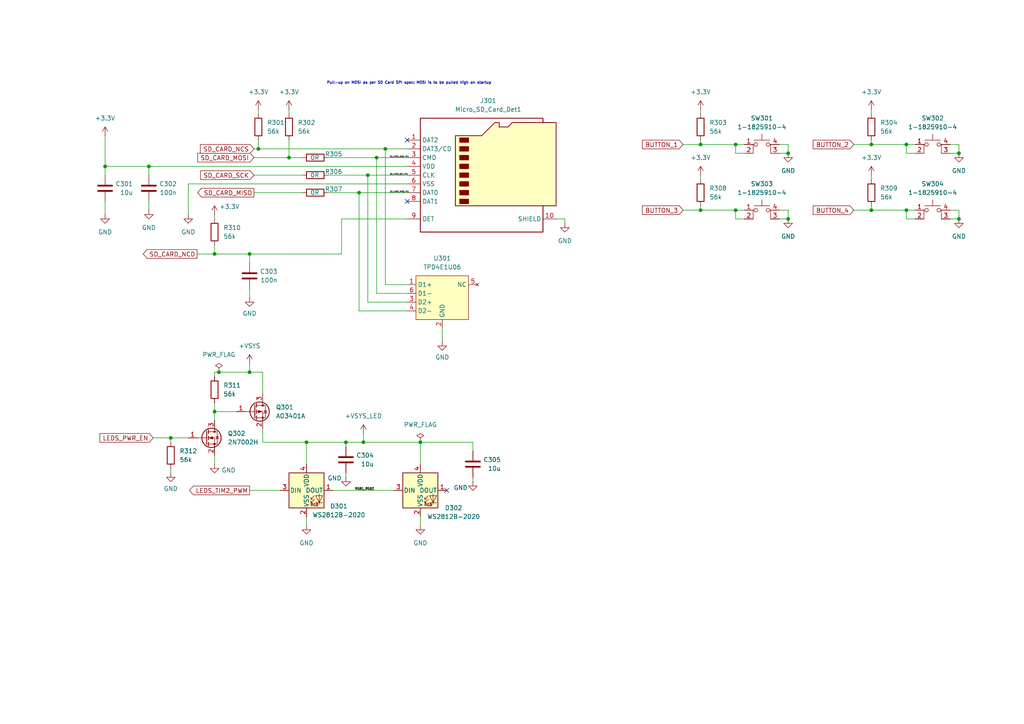
<source format=kicad_sch>
(kicad_sch (version 20250114) (generator "eeschema") (generator_version "9.0")
  (paper "A4")
  (lib_symbols
    (symbol "Connector:Micro_SD_Card_Det1"
      (property "Reference" "J" (at -16.51 17.78 0))
      (property "Value" "Micro_SD_Card_Det1" (at 16.51 17.78 0))
      (symbol "Micro_SD_Card_Det1_0_1"
        (polyline (pts (xy -8.89 -8.89) (xy -8.89 11.43) (xy -1.27 11.43) (xy 2.54 15.24) (xy 3.81 15.24) (xy 3.81 13.97) (xy 6.35 13.97) (xy 7.62 15.24) (xy 20.32 15.24) (xy 20.32 -8.89) (xy -8.89 -8.89)) (stroke (width 0.254)) (fill (type background)))
        (rectangle (start -7.62 10.795) (end -5.08 9.525) (stroke (width 0.254)) (fill (type outline)))
        (rectangle (start -7.62 8.255) (end -5.08 6.985) (stroke (width 0.254)) (fill (type outline)))
        (rectangle (start -7.62 5.715) (end -5.08 4.445) (stroke (width 0.254)) (fill (type outline)))
        (rectangle (start -7.62 3.175) (end -5.08 1.905) (stroke (width 0.254)) (fill (type outline)))
        (rectangle (start -7.62 0.635) (end -5.08 -0.635) (stroke (width 0.254)) (fill (type outline)))
        (rectangle (start -7.62 -1.905) (end -5.08 -3.175) (stroke (width 0.254)) (fill (type outline)))
        (rectangle (start -7.62 -4.445) (end -5.08 -5.715) (stroke (width 0.254)) (fill (type outline)))
        (rectangle (start -7.62 -6.985) (end -5.08 -8.255) (stroke (width 0.254)) (fill (type outline)))
        (polyline (pts (xy 16.51 15.24) (xy 16.51 16.51) (xy -19.05 16.51) (xy -19.05 -16.51) (xy 16.51 -16.51) (xy 16.51 -8.89)) (stroke (width 0.254)))
      )
      (symbol "Micro_SD_Card_Det1_1_1"
        (pin bidirectional line (at -22.86 10.16 0) (length 3.81) (name "DAT2") (number "1"))
        (pin bidirectional line (at -22.86 7.62 0) (length 3.81) (name "DAT3/CD") (number "2"))
        (pin input line (at -22.86 5.08 0) (length 3.81) (name "CMD") (number "3"))
        (pin power_in line (at -22.86 2.54 0) (length 3.81) (name "VDD") (number "4"))
        (pin input line (at -22.86 0 0) (length 3.81) (name "CLK") (number "5"))
        (pin power_in line (at -22.86 -2.54 0) (length 3.81) (name "VSS") (number "6"))
        (pin bidirectional line (at -22.86 -5.08 0) (length 3.81) (name "DAT0") (number "7"))
        (pin bidirectional line (at -22.86 -7.62 0) (length 3.81) (name "DAT1") (number "8"))
        (pin passive line (at -22.86 -12.7 0) (length 3.81) (name "DET") (number "9"))
        (pin passive line (at 20.32 -12.7 180) (length 3.81) (name "SHIELD") (number "10"))
      )
    )
    (symbol "Device:C" (pin_numbers (hide yes)) (pin_names (offset 0.254))
      (property "Reference" "C" (at 0.635 2.54 0))
      (property "Value" "C" (at 0.635 -2.54 0))
      (symbol "C_0_1"
        (polyline (pts (xy -2.032 0.762) (xy 2.032 0.762)) (stroke (width 0.508)))
        (polyline (pts (xy -2.032 -0.762) (xy 2.032 -0.762)) (stroke (width 0.508)))
      )
      (symbol "C_1_1"
        (pin passive line (at 0 3.81 270) (length 2.794) (name "~") (number "1"))
        (pin passive line (at 0 -3.81 90) (length 2.794) (name "~") (number "2"))
      )
    )
    (symbol "Device:R" (pin_numbers (hide yes)) (pin_names (offset 0))
      (property "Reference" "R" (at 2.032 0 90))
      (property "Value" "R" (at 0 0 90))
      (symbol "R_0_1"
        (rectangle (start -1.016 -2.54) (end 1.016 2.54) (stroke (width 0.254)))
      )
      (symbol "R_1_1"
        (pin passive line (at 0 3.81 270) (length 1.27) (name "~") (number "1"))
        (pin passive line (at 0 -3.81 90) (length 1.27) (name "~") (number "2"))
      )
    )
    (symbol "LED:WS2812B-2020" (pin_names (offset 0.254))
      (property "Reference" "D" (at 5.08 5.715 0))
      (property "Value" "WS2812B-2020" (at 1.27 -5.715 0))
      (symbol "WS2812B-2020_0_0"
        (text "RGB" (at 2.286 -4.191 0) (effects (font (size 0.762 0.762))))
      )
      (symbol "WS2812B-2020_0_1"
        (polyline (pts (xy 1.27 -2.54) (xy 1.778 -2.54)))
        (polyline (pts (xy 1.27 -3.556) (xy 1.778 -3.556)))
        (polyline (pts (xy 2.286 -1.524) (xy 1.27 -2.54) (xy 1.27 -2.032)))
        (polyline (pts (xy 2.286 -2.54) (xy 1.27 -3.556) (xy 1.27 -3.048)))
        (polyline (pts (xy 3.683 -1.016) (xy 3.683 -3.556) (xy 3.683 -4.064)))
        (polyline (pts (xy 4.699 -1.524) (xy 2.667 -1.524) (xy 3.683 -3.556) (xy 4.699 -1.524)))
        (polyline (pts (xy 4.699 -3.556) (xy 2.667 -3.556)))
        (rectangle (start 5.08 5.08) (end -5.08 -5.08) (stroke (width 0.254)) (fill (type background)))
      )
      (symbol "WS2812B-2020_1_1"
        (pin input line (at -7.62 0 0) (length 2.54) (name "DIN") (number "3"))
        (pin power_in line (at 0 7.62 270) (length 2.54) (name "VDD") (number "4"))
        (pin power_in line (at 0 -7.62 90) (length 2.54) (name "VSS") (number "2"))
        (pin output line (at 7.62 0 180) (length 2.54) (name "DOUT") (number "1"))
      )
    )
    (symbol "MP3-Player_Symbol_Libraries:TPD4E1U06"
      (property "Reference" "U" (at 0 5.08 0))
      (property "Value" "TPD4E1U06" (at 0 2.54 0))
      (symbol "TPD4E1U06_1_1"
        (rectangle (start -7.62 1.27) (end 7.62 -11.43) (fill (type background)))
        (pin input line (at -10.16 -1.27 0) (length 2.54) (name "D1+") (number "1"))
        (pin input line (at -10.16 -3.81 0) (length 2.54) (name "D1-") (number "6"))
        (pin input line (at -10.16 -6.35 0) (length 2.54) (name "D2+") (number "3"))
        (pin input line (at -10.16 -8.89 0) (length 2.54) (name "D2-") (number "4"))
        (pin power_in line (at 0 -13.97 90) (length 2.54) (name "GND") (number "2"))
        (pin no_connect line (at 10.16 -1.27 180) (length 2.54) (name "NC") (number "5"))
      )
    )
    (symbol "Switch:SW_MEC_5E" (pin_names (offset 1.016) (hide yes))
      (property "Reference" "SW" (at 0.635 5.715 0))
      (property "Value" "SW_MEC_5E" (at 0 -3.175 0))
      (symbol "SW_MEC_5E_0_1"
        (polyline (pts (xy -2.54 0) (xy -2.54 2.54) (xy -2.286 2.54)))
        (polyline (pts (xy -2.286 3.81) (xy 2.286 3.81)))
        (circle (center -1.778 2.54) (radius 0.508))
        (polyline (pts (xy 0 3.81) (xy 0 5.588)))
        (circle (center 1.778 2.54) (radius 0.508))
        (polyline (pts (xy 2.54 0) (xy 2.54 2.54) (xy 2.286 2.54)))
        (pin passive line (at -5.08 2.54 0) (length 2.54) (name "1") (number "1"))
        (pin passive line (at -5.08 0 0) (length 2.54) (name "2") (number "2"))
        (pin passive line (at 5.08 2.54 180) (length 2.54) (name "A") (number "4"))
        (pin passive line (at 5.08 0 180) (length 2.54) (name "K") (number "3"))
      )
    )
    (symbol "Transistor_FET:2N7002H" (pin_names (offset 0) (hide yes))
      (property "Reference" "Q" (at 5.08 1.905 0))
      (property "Value" "2N7002H" (at 5.08 0 0))
      (symbol "2N7002H_0_1"
        (polyline (pts (xy 0.254 1.905) (xy 0.254 -1.905)) (stroke (width 0.254)))
        (polyline (pts (xy 0.254 0) (xy -2.54 0)))
        (polyline (pts (xy 0.762 2.286) (xy 0.762 1.27)) (stroke (width 0.254)))
        (polyline (pts (xy 0.762 0.508) (xy 0.762 -0.508)) (stroke (width 0.254)))
        (polyline (pts (xy 0.762 -1.27) (xy 0.762 -2.286)) (stroke (width 0.254)))
        (polyline (pts (xy 0.762 -1.778) (xy 3.302 -1.778) (xy 3.302 1.778) (xy 0.762 1.778)))
        (polyline (pts (xy 1.016 0) (xy 2.032 0.381) (xy 2.032 -0.381) (xy 1.016 0)) (fill (type outline)))
        (circle (center 1.651 0) (radius 2.794) (stroke (width 0.254)))
        (polyline (pts (xy 2.54 2.54) (xy 2.54 1.778)))
        (circle (center 2.54 1.778) (radius 0.254) (fill (type outline)))
        (circle (center 2.54 -1.778) (radius 0.254) (fill (type outline)))
        (polyline (pts (xy 2.54 -2.54) (xy 2.54 0) (xy 0.762 0)))
        (polyline (pts (xy 2.921 0.381) (xy 3.683 0.381)))
        (polyline (pts (xy 3.302 0.381) (xy 2.921 -0.254) (xy 3.683 -0.254) (xy 3.302 0.381)))
      )
      (symbol "2N7002H_1_1"
        (pin input line (at -5.08 0 0) (length 2.54) (name "G") (number "1"))
        (pin passive line (at 2.54 5.08 270) (length 2.54) (name "D") (number "3"))
        (pin passive line (at 2.54 -5.08 90) (length 2.54) (name "S") (number "2"))
      )
    )
    (symbol "Transistor_FET:AO3401A" (pin_names (hide yes))
      (property "Reference" "Q" (at 5.08 1.905 0))
      (property "Value" "AO3401A" (at 5.08 0 0))
      (symbol "AO3401A_0_1"
        (polyline (pts (xy 0.254 1.905) (xy 0.254 -1.905)) (stroke (width 0.254)))
        (polyline (pts (xy 0.254 0) (xy -2.54 0)))
        (polyline (pts (xy 0.762 2.286) (xy 0.762 1.27)) (stroke (width 0.254)))
        (polyline (pts (xy 0.762 1.778) (xy 3.302 1.778) (xy 3.302 -1.778) (xy 0.762 -1.778)))
        (polyline (pts (xy 0.762 0.508) (xy 0.762 -0.508)) (stroke (width 0.254)))
        (polyline (pts (xy 0.762 -1.27) (xy 0.762 -2.286)) (stroke (width 0.254)))
        (circle (center 1.651 0) (radius 2.794) (stroke (width 0.254)))
        (polyline (pts (xy 2.286 0) (xy 1.27 0.381) (xy 1.27 -0.381) (xy 2.286 0)) (fill (type outline)))
        (polyline (pts (xy 2.54 2.54) (xy 2.54 1.778)))
        (circle (center 2.54 1.778) (radius 0.254) (fill (type outline)))
        (circle (center 2.54 -1.778) (radius 0.254) (fill (type outline)))
        (polyline (pts (xy 2.54 -2.54) (xy 2.54 0) (xy 0.762 0)))
        (polyline (pts (xy 2.794 -0.508) (xy 2.921 -0.381) (xy 3.683 -0.381) (xy 3.81 -0.254)))
        (polyline (pts (xy 3.302 -0.381) (xy 2.921 0.254) (xy 3.683 0.254) (xy 3.302 -0.381)))
      )
      (symbol "AO3401A_1_1"
        (pin input line (at -5.08 0 0) (length 2.54) (name "G") (number "1"))
        (pin passive line (at 2.54 5.08 270) (length 2.54) (name "D") (number "3"))
        (pin passive line (at 2.54 -5.08 90) (length 2.54) (name "S") (number "2"))
      )
    )
    (symbol "power:+3.3V" (power) (pin_numbers (hide yes)) (pin_names (offset 0) (hide yes))
      (property "Value" "+3.3V" (at 0 3.556 0))
      (symbol "+3.3V_0_1"
        (polyline (pts (xy -0.762 1.27) (xy 0 2.54)))
        (polyline (pts (xy 0 2.54) (xy 0.762 1.27)))
        (polyline (pts (xy 0 0) (xy 0 2.54)))
      )
      (symbol "+3.3V_1_1"
        (pin power_in line (at 0 0 90) (length 0) (name "~") (number "1"))
      )
    )
    (symbol "power:GND" (power) (pin_numbers (hide yes)) (pin_names (offset 0) (hide yes))
      (property "Value" "GND" (at 0 -3.81 0))
      (symbol "GND_0_1"
        (polyline (pts (xy 0 0) (xy 0 -1.27) (xy 1.27 -1.27) (xy 0 -2.54) (xy -1.27 -1.27) (xy 0 -1.27)))
      )
      (symbol "GND_1_1"
        (pin power_in line (at 0 0 270) (length 0) (name "~") (number "1"))
      )
    )
    (symbol "power:PWR_FLAG" (power) (pin_numbers (hide yes)) (pin_names (offset 0) (hide yes))
      (property "Value" "PWR_FLAG" (at 0 3.81 0))
      (symbol "PWR_FLAG_0_0"
        (pin power_out line (at 0 0 90) (length 0) (name "~") (number "1"))
      )
      (symbol "PWR_FLAG_0_1"
        (polyline (pts (xy 0 0) (xy 0 1.27) (xy -1.016 1.905) (xy 0 2.54) (xy 1.016 1.905) (xy 0 1.27)))
      )
    )
    (symbol "power:VBUS" (power) (pin_numbers (hide yes)) (pin_names (offset 0) (hide yes))
      (property "Value" "VBUS" (at 0 3.556 0))
      (symbol "VBUS_0_1"
        (polyline (pts (xy -0.762 1.27) (xy 0 2.54)))
        (polyline (pts (xy 0 2.54) (xy 0.762 1.27)))
        (polyline (pts (xy 0 0) (xy 0 2.54)))
      )
      (symbol "VBUS_1_1"
        (pin power_in line (at 0 0 90) (length 0) (name "~") (number "1"))
      )
    )
  )
  (text "Pull-up on MOSI as per SD Card SPI spec: MOSI is to be pulled high on startup" (at 94.742 24.13 0) (effects (font (size 0.762 0.762)) (justify left)))
  (junction (at 252.73 60.96))
  (junction (at 106.68 50.8))
  (junction (at 228.6 44.45))
  (junction (at 30.48 48.26))
  (junction (at 74.93 43.18))
  (junction (at 278.13 63.5))
  (junction (at 105.41 128.27))
  (junction (at 88.9 128.27))
  (junction (at 49.53 127))
  (junction (at 72.39 107.95))
  (junction (at 104.14 55.88))
  (junction (at 111.76 43.18))
  (junction (at 109.22 45.72))
  (junction (at 43.18 48.26))
  (junction (at 203.2 60.96))
  (junction (at 63.5 107.95))
  (junction (at 121.92 128.27))
  (junction (at 262.89 60.96))
  (junction (at 83.82 45.72))
  (junction (at 100.33 128.27))
  (junction (at 203.2 41.91))
  (junction (at 213.36 60.96))
  (junction (at 278.13 44.45))
  (junction (at 62.23 119.38))
  (junction (at 213.36 41.91))
  (junction (at 72.39 73.66))
  (junction (at 252.73 41.91))
  (junction (at 262.89 41.91))
  (junction (at 228.6 63.5))
  (junction (at 62.23 73.66))
  (no_connect (at 118.11 58.42))
  (no_connect (at 129.54 142.24))
  (no_connect (at 118.11 40.64))
  (wire (pts (xy 99.06 63.5) (xy 118.11 63.5)))
  (wire (pts (xy 99.06 73.66) (xy 99.06 63.5)))
  (wire (pts (xy 62.23 119.38) (xy 68.58 119.38)))
  (wire (pts (xy 128.27 95.25) (xy 128.27 99.06)))
  (wire (pts (xy 105.41 128.27) (xy 121.92 128.27)))
  (wire (pts (xy 265.43 41.91) (xy 262.89 41.91)))
  (wire (pts (xy 121.92 128.27) (xy 121.92 134.62)))
  (wire (pts (xy 228.6 44.45) (xy 226.06 44.45)))
  (wire (pts (xy 118.11 82.55) (xy 111.76 82.55)))
  (wire (pts (xy 228.6 60.96) (xy 228.6 63.5)))
  (wire (pts (xy 106.68 50.8) (xy 118.11 50.8)))
  (wire (pts (xy 106.68 87.63) (xy 106.68 50.8)))
  (wire (pts (xy 62.23 71.12) (xy 62.23 73.66)))
  (wire (pts (xy 57.15 73.66) (xy 62.23 73.66)))
  (wire (pts (xy 83.82 45.72) (xy 87.63 45.72)))
  (wire (pts (xy 76.2 124.46) (xy 76.2 128.27)))
  (wire (pts (xy 213.36 44.45) (xy 215.9 44.45)))
  (wire (pts (xy 226.06 41.91) (xy 228.6 41.91)))
  (wire (pts (xy 72.39 142.24) (xy 81.28 142.24)))
  (wire (pts (xy 121.92 128.27) (xy 137.16 128.27)))
  (wire (pts (xy 63.5 107.95) (xy 72.39 107.95)))
  (wire (pts (xy 83.82 40.64) (xy 83.82 45.72)))
  (wire (pts (xy 73.66 50.8) (xy 87.63 50.8)))
  (wire (pts (xy 262.89 44.45) (xy 265.43 44.45)))
  (wire (pts (xy 76.2 107.95) (xy 76.2 114.3)))
  (wire (pts (xy 109.22 45.72) (xy 118.11 45.72)))
  (wire (pts (xy 49.53 127) (xy 54.61 127)))
  (wire (pts (xy 275.59 41.91) (xy 278.13 41.91)))
  (wire (pts (xy 44.45 127) (xy 49.53 127)))
  (wire (pts (xy 121.92 149.86) (xy 121.92 152.4)))
  (wire (pts (xy 104.14 90.17) (xy 104.14 55.88)))
  (wire (pts (xy 203.2 50.8) (xy 203.2 52.07)))
  (wire (pts (xy 30.48 39.37) (xy 30.48 48.26)))
  (wire (pts (xy 54.61 53.34) (xy 118.11 53.34)))
  (wire (pts (xy 198.12 60.96) (xy 203.2 60.96)))
  (wire (pts (xy 76.2 128.27) (xy 88.9 128.27)))
  (wire (pts (xy 73.66 45.72) (xy 83.82 45.72)))
  (wire (pts (xy 74.93 31.75) (xy 74.93 33.02)))
  (wire (pts (xy 95.25 55.88) (xy 104.14 55.88)))
  (wire (pts (xy 278.13 63.5) (xy 275.59 63.5)))
  (wire (pts (xy 73.66 55.88) (xy 87.63 55.88)))
  (wire (pts (xy 43.18 58.42) (xy 43.18 60.96)))
  (wire (pts (xy 203.2 31.75) (xy 203.2 33.02)))
  (wire (pts (xy 100.33 128.27) (xy 100.33 129.54)))
  (wire (pts (xy 163.83 63.5) (xy 161.29 63.5)))
  (wire (pts (xy 262.89 41.91) (xy 252.73 41.91)))
  (wire (pts (xy 83.82 31.75) (xy 83.82 33.02)))
  (wire (pts (xy 213.36 60.96) (xy 203.2 60.96)))
  (wire (pts (xy 88.9 128.27) (xy 88.9 134.62)))
  (wire (pts (xy 88.9 149.86) (xy 88.9 152.4)))
  (wire (pts (xy 72.39 83.82) (xy 72.39 86.36)))
  (wire (pts (xy 109.22 85.09) (xy 109.22 45.72)))
  (wire (pts (xy 88.9 128.27) (xy 100.33 128.27)))
  (wire (pts (xy 262.89 60.96) (xy 262.89 63.5)))
  (wire (pts (xy 203.2 60.96) (xy 203.2 59.69)))
  (wire (pts (xy 62.23 119.38) (xy 62.23 121.92)))
  (wire (pts (xy 49.53 135.89) (xy 49.53 137.16)))
  (wire (pts (xy 252.73 50.8) (xy 252.73 52.07)))
  (wire (pts (xy 278.13 41.91) (xy 278.13 44.45)))
  (wire (pts (xy 278.13 44.45) (xy 275.59 44.45)))
  (wire (pts (xy 72.39 73.66) (xy 99.06 73.66)))
  (wire (pts (xy 215.9 60.96) (xy 213.36 60.96)))
  (wire (pts (xy 262.89 41.91) (xy 262.89 44.45)))
  (wire (pts (xy 252.73 41.91) (xy 252.73 40.64)))
  (wire (pts (xy 95.25 50.8) (xy 106.68 50.8)))
  (wire (pts (xy 213.36 41.91) (xy 203.2 41.91)))
  (wire (pts (xy 226.06 60.96) (xy 228.6 60.96)))
  (wire (pts (xy 228.6 41.91) (xy 228.6 44.45)))
  (wire (pts (xy 30.48 48.26) (xy 30.48 50.8)))
  (wire (pts (xy 72.39 73.66) (xy 72.39 76.2)))
  (wire (pts (xy 265.43 60.96) (xy 262.89 60.96)))
  (wire (pts (xy 74.93 43.18) (xy 111.76 43.18)))
  (wire (pts (xy 30.48 58.42) (xy 30.48 62.23)))
  (wire (pts (xy 62.23 62.23) (xy 62.23 63.5)))
  (wire (pts (xy 62.23 107.95) (xy 63.5 107.95)))
  (wire (pts (xy 118.11 85.09) (xy 109.22 85.09)))
  (wire (pts (xy 213.36 60.96) (xy 213.36 63.5)))
  (wire (pts (xy 111.76 82.55) (xy 111.76 43.18)))
  (wire (pts (xy 163.83 64.77) (xy 163.83 63.5)))
  (wire (pts (xy 76.2 107.95) (xy 72.39 107.95)))
  (wire (pts (xy 203.2 41.91) (xy 203.2 40.64)))
  (wire (pts (xy 262.89 63.5) (xy 265.43 63.5)))
  (wire (pts (xy 62.23 73.66) (xy 72.39 73.66)))
  (wire (pts (xy 137.16 138.43) (xy 137.16 139.7)))
  (wire (pts (xy 215.9 41.91) (xy 213.36 41.91)))
  (wire (pts (xy 74.93 40.64) (xy 74.93 43.18)))
  (wire (pts (xy 247.65 41.91) (xy 252.73 41.91)))
  (wire (pts (xy 111.76 43.18) (xy 118.11 43.18)))
  (wire (pts (xy 43.18 48.26) (xy 118.11 48.26)))
  (wire (pts (xy 137.16 128.27) (xy 137.16 130.81)))
  (wire (pts (xy 62.23 132.08) (xy 62.23 134.62)))
  (wire (pts (xy 198.12 41.91) (xy 203.2 41.91)))
  (wire (pts (xy 54.61 53.34) (xy 54.61 62.23)))
  (wire (pts (xy 262.89 60.96) (xy 252.73 60.96)))
  (wire (pts (xy 118.11 90.17) (xy 104.14 90.17)))
  (wire (pts (xy 213.36 41.91) (xy 213.36 44.45)))
  (wire (pts (xy 49.53 127) (xy 49.53 128.27)))
  (wire (pts (xy 228.6 63.5) (xy 226.06 63.5)))
  (wire (pts (xy 43.18 48.26) (xy 43.18 50.8)))
  (wire (pts (xy 105.41 125.73) (xy 105.41 128.27)))
  (wire (pts (xy 72.39 105.41) (xy 72.39 107.95)))
  (wire (pts (xy 62.23 109.22) (xy 62.23 107.95)))
  (wire (pts (xy 278.13 60.96) (xy 278.13 63.5)))
  (wire (pts (xy 247.65 60.96) (xy 252.73 60.96)))
  (wire (pts (xy 62.23 116.84) (xy 62.23 119.38)))
  (wire (pts (xy 30.48 48.26) (xy 43.18 48.26)))
  (wire (pts (xy 95.25 45.72) (xy 109.22 45.72)))
  (wire (pts (xy 73.66 43.18) (xy 74.93 43.18)))
  (wire (pts (xy 118.11 87.63) (xy 106.68 87.63)))
  (wire (pts (xy 252.73 60.96) (xy 252.73 59.69)))
  (wire (pts (xy 100.33 128.27) (xy 105.41 128.27)))
  (wire (pts (xy 213.36 63.5) (xy 215.9 63.5)))
  (wire (pts (xy 100.33 137.16) (xy 100.33 138.43)))
  (wire (pts (xy 252.73 31.75) (xy 252.73 33.02)))
  (wire (pts (xy 96.52 142.24) (xy 114.3 142.24)))
  (wire (pts (xy 104.14 55.88) (xy 118.11 55.88)))
  (wire (pts (xy 275.59 60.96) (xy 278.13 60.96)))
  (label "SD_CARD_SCK_PIN" (at 113.03 50.8 0) (effects (font (size 0.381 0.381))))
  (label "SD_CARD_MOSI_PIN" (at 113.03 45.72 0) (effects (font (size 0.381 0.381))))
  (label "SD_CARD_MISO_PIN" (at 113.03 55.88 0) (effects (font (size 0.381 0.381))))
  (label "RGB1_RGB2" (at 102.87 142.24 0) (effects (font (size 0.635 0.635))))
  (global_label "BUTTON_3" (shape input) (at 198.12 60.96 180) (property "Intersheetrefs" "${INTERSHEET_REFS}" (effects (hide yes))))
  (global_label "BUTTON_2" (shape input) (at 247.65 41.91 180) (property "Intersheetrefs" "${INTERSHEET_REFS}" (effects (hide yes))))
  (global_label "SD_CARD_NCS" (shape input) (at 73.66 43.18 180) (property "Intersheetrefs" "${INTERSHEET_REFS}" (effects (hide yes))))
  (global_label "LEDS_TIM2_PWM" (shape output) (at 72.39 142.24 180) (property "Intersheetrefs" "${INTERSHEET_REFS}" (effects (hide yes))))
  (global_label "SD_CARD_SCK" (shape input) (at 73.66 50.8 180) (property "Intersheetrefs" "${INTERSHEET_REFS}" (effects (hide yes))))
  (global_label "BUTTON_1" (shape input) (at 198.12 41.91 180) (property "Intersheetrefs" "${INTERSHEET_REFS}" (effects (hide yes))))
  (global_label "BUTTON_4" (shape input) (at 247.65 60.96 180) (property "Intersheetrefs" "${INTERSHEET_REFS}" (effects (hide yes))))
  (global_label "LEDS_PWR_EN" (shape input) (at 44.45 127 180) (property "Intersheetrefs" "${INTERSHEET_REFS}" (effects (hide yes))))
  (global_label "SD_CARD_MISO" (shape output) (at 73.66 55.88 180) (property "Intersheetrefs" "${INTERSHEET_REFS}" (effects (hide yes))))
  (global_label "SD_CARD_MOSI" (shape input) (at 73.66 45.72 180) (property "Intersheetrefs" "${INTERSHEET_REFS}" (effects (hide yes))))
  (global_label "SD_CARD_NCD" (shape output) (at 57.15 73.66 180) (property "Intersheetrefs" "${INTERSHEET_REFS}" (effects (hide yes))))
  (symbol (lib_id "power:GND") (at 30.48 62.23 0) (unit 1)
    (property "Reference" "#PWR0311" (effects (hide yes)))
    (property "Value" "GND" (at 30.48 67.31 0))
    (property "Description" "Power symbol creates a global label with name \"GND\" , ground" (effects (hide yes)))
  )
  (symbol (lib_id "power:PWR_FLAG") (at 63.5 107.95 0) (unit 1)
    (property "Reference" "#FLG0301" (effects (hide yes)))
    (property "Value" "PWR_FLAG" (at 63.5 102.87 0))
    (property "Description" "Special symbol for telling ERC where power comes from" (effects (hide yes)))
  )
  (symbol (lib_id "power:GND") (at 62.23 134.62 0) (unit 1)
    (property "Reference" "#PWR0321" (effects (hide yes)))
    (property "Value" "GND" (at 66.294 136.398 0))
    (property "Description" "Power symbol creates a global label with name \"GND\" , ground" (effects (hide yes)))
  )
  (symbol (lib_id "Device:R") (at 62.23 113.03 0) (unit 1)
    (property "Reference" "R311" (at 64.77 111.7599 0) (effects (justify left)))
    (property "Value" "56k" (at 64.77 114.2999 0) (effects (justify left)))
    (property "Footprint" "Resistor_SMD:R_0402_1005Metric" (effects (hide yes)))
    (property "Description" "Resistor" (effects (hide yes)))
  )
  (symbol (lib_id "power:GND") (at 163.83 64.77 0) (unit 1)
    (property "Reference" "#PWR0316" (effects (hide yes)))
    (property "Value" "GND" (at 163.83 69.85 0))
    (property "Description" "Power symbol creates a global label with name \"GND\" , ground" (effects (hide yes)))
  )
  (symbol (lib_id "power:+3.3V") (at 252.73 50.8 0) (unit 1)
    (property "Reference" "#PWR0309" (effects (hide yes)))
    (property "Value" "+3.3V" (at 252.73 45.72 0))
    (property "Description" "Power symbol creates a global label with name \"+3.3V\"" (effects (hide yes)))
  )
  (symbol (lib_id "power:GND") (at 54.61 62.23 0) (unit 1)
    (property "Reference" "#PWR0312" (effects (hide yes)))
    (property "Value" "GND" (at 54.61 67.31 0))
    (property "Description" "Power symbol creates a global label with name \"GND\" , ground" (effects (hide yes)))
  )
  (symbol (lib_id "power:+3.3V") (at 74.93 31.75 0) (unit 1)
    (property "Reference" "#PWR0301" (effects (hide yes)))
    (property "Value" "+3.3V" (at 74.93 26.67 0))
    (property "Description" "Power symbol creates a global label with name \"+3.3V\"" (effects (hide yes)))
  )
  (symbol (lib_id "LED:WS2812B-2020") (at 121.92 142.24 0) (unit 1)
    (property "Reference" "D302" (at 131.572 147.32 0))
    (property "Value" "WS2812B-2020" (at 131.572 149.86 0))
    (property "Footprint" "LED_SMD:LED_WS2812B-2020_PLCC4_2.0x2.0mm" (effects (hide yes)))
    (property "Datasheet" "https://cdn-shop.adafruit.com/product-files/4684/4684_WS2812B-2020_V1.3_EN.pdf" (effects (hide yes)))
    (property "Description" "RGB LED with integrated controller, 2.0 x 2.0 mm, 12 mA" (effects (hide yes)))
  )
  (symbol (lib_id "Connector:Micro_SD_Card_Det1") (at 140.97 50.8 0) (unit 1)
    (property "Reference" "J301" (at 141.605 29.21 0))
    (property "Value" "Micro_SD_Card_Det1" (at 141.605 31.75 0))
    (property "Footprint" "MP3-Player_Footprint_Libraries:TF-015" (effects (hide yes)))
    (property "Datasheet" "https://datasheet.lcsc.com/lcsc/2110151630_XKB-Connectivity-XKTF-015-N_C381082.pdf" (effects (hide yes)))
    (property "Description" "Micro SD Card Socket with one card detection pin" (effects (hide yes)))
  )
  (symbol (lib_id "power:GND") (at 49.53 137.16 0) (unit 1)
    (property "Reference" "#PWR0322" (effects (hide yes)))
    (property "Value" "GND" (at 49.53 141.732 0))
    (property "Description" "Power symbol creates a global label with name \"GND\" , ground" (effects (hide yes)))
  )
  (symbol (lib_id "power:GND") (at 43.18 60.96 0) (unit 1)
    (property "Reference" "#PWR0310" (effects (hide yes)))
    (property "Value" "GND" (at 43.18 66.04 0))
    (property "Description" "Power symbol creates a global label with name \"GND\" , ground" (effects (hide yes)))
  )
  (symbol (lib_id "Switch:SW_MEC_5E") (at 270.51 44.45 0) (unit 1)
    (property "Reference" "SW302" (at 270.51 34.29 0))
    (property "Value" "1-1825910-4" (at 270.51 36.83 0))
    (property "Footprint" "MP3-Player_Footprint_Libraries:1-1825910-4" (effects (hide yes)))
  )
  (symbol (lib_id "Switch:SW_MEC_5E") (at 220.98 63.5 0) (unit 1)
    (property "Reference" "SW303" (at 220.98 53.34 0))
    (property "Value" "1-1825910-4" (at 220.98 55.88 0))
    (property "Footprint" "MP3-Player_Footprint_Libraries:1-1825910-4" (effects (hide yes)))
  )
  (symbol (lib_id "Switch:SW_MEC_5E") (at 270.51 63.5 0) (unit 1)
    (property "Reference" "SW304" (at 270.51 53.34 0))
    (property "Value" "1-1825910-4" (at 270.51 55.88 0))
    (property "Footprint" "MP3-Player_Footprint_Libraries:1-1825910-4" (effects (hide yes)))
  )
  (symbol (lib_id "MP3-Player_Symbol_Libraries:TPD4E1U06") (at 128.27 81.28 0) (unit 1)
    (property "Reference" "U301" (at 128.27 74.93 0))
    (property "Value" "TPD4E1U06" (at 128.27 77.47 0))
    (property "Footprint" "Package_TO_SOT_SMD:SOT-23-5" (effects (hide yes)))
  )
  (symbol (lib_id "power:GND") (at 278.13 63.5 0) (unit 1)
    (property "Reference" "#PWR0315" (effects (hide yes)))
    (property "Value" "GND" (at 278.13 68.58 0))
    (property "Description" "Power symbol creates a global label with name \"GND\" , ground" (effects (hide yes)))
  )
  (symbol (lib_id "Device:C") (at 43.18 54.61 0) (mirror y) (unit 1)
    (property "Reference" "C302" (at 51.308 53.34 0) (effects (justify left)))
    (property "Value" "100n" (at 51.308 55.88 0) (effects (justify left)))
    (property "Footprint" "Capacitor_SMD:C_0603_1608Metric" (effects (hide yes)))
    (property "Description" "Unpolarized capacitor" (effects (hide yes)))
  )
  (symbol (lib_id "power:+3.3V") (at 203.2 31.75 0) (unit 1)
    (property "Reference" "#PWR0303" (effects (hide yes)))
    (property "Value" "+3.3V" (at 203.2 26.67 0))
    (property "Description" "Power symbol creates a global label with name \"+3.3V\"" (effects (hide yes)))
  )
  (symbol (lib_id "Transistor_FET:AO3401A") (at 73.66 119.38 0) (unit 1)
    (property "Reference" "Q301" (at 80.01 118.1099 0) (effects (justify left)))
    (property "Value" "AO3401A" (at 80.01 120.6499 0) (effects (justify left)))
    (property "Footprint" "Package_TO_SOT_SMD:SOT-23" (effects (hide yes)))
    (property "Datasheet" "http://www.aosmd.com/pdfs/datasheet/AO3401A.pdf" (effects (hide yes)))
    (property "Description" "-4.0A Id, -30V Vds, P-Channel MOSFET, SOT-23" (effects (hide yes)))
  )
  (symbol (lib_id "power:GND") (at 121.92 152.4 0) (unit 1)
    (property "Reference" "#PWR0326" (effects (hide yes)))
    (property "Value" "GND" (at 121.92 157.48 0))
    (property "Description" "Power symbol creates a global label with name \"GND\" , ground" (effects (hide yes)))
  )
  (symbol (lib_id "power:GND") (at 137.16 139.7 0) (unit 1)
    (property "Reference" "#PWR0324" (effects (hide yes)))
    (property "Value" "GND" (at 133.604 141.478 0))
    (property "Description" "Power symbol creates a global label with name \"GND\" , ground" (effects (hide yes)))
  )
  (symbol (lib_id "power:+3.3V") (at 30.48 39.37 0) (unit 1)
    (property "Reference" "#PWR0305" (effects (hide yes)))
    (property "Value" "+3.3V" (at 30.48 34.29 0))
    (property "Description" "Power symbol creates a global label with name \"+3.3V\"" (effects (hide yes)))
  )
  (symbol (lib_id "Transistor_FET:2N7002H") (at 59.69 127 0) (unit 1)
    (property "Reference" "Q302" (at 66.04 125.7299 0) (effects (justify left)))
    (property "Value" "2N7002H" (at 66.04 128.2699 0) (effects (justify left)))
    (property "Footprint" "Package_TO_SOT_SMD:SOT-23" (effects (hide yes)))
    (property "Datasheet" "http://www.diodes.com/assets/Datasheets/2N7002H.pdf" (effects (hide yes)))
    (property "Description" "0.21A Id, 60V Vds, N-Channel MOSFET, SOT-23" (effects (hide yes)))
  )
  (symbol (lib_id "Device:R") (at 203.2 55.88 0) (unit 1)
    (property "Reference" "R308" (at 205.74 54.6099 0) (effects (justify left)))
    (property "Value" "56k" (at 205.74 57.1499 0) (effects (justify left)))
    (property "Footprint" "Resistor_SMD:R_0402_1005Metric" (effects (hide yes)))
    (property "Description" "Resistor" (effects (hide yes)))
  )
  (symbol (lib_id "Device:R") (at 203.2 36.83 0) (unit 1)
    (property "Reference" "R303" (at 205.74 35.5599 0) (effects (justify left)))
    (property "Value" "56k" (at 205.74 38.0999 0) (effects (justify left)))
    (property "Footprint" "Resistor_SMD:R_0402_1005Metric" (effects (hide yes)))
    (property "Description" "Resistor" (effects (hide yes)))
  )
  (symbol (lib_id "Device:R") (at 74.93 36.83 0) (unit 1)
    (property "Reference" "R301" (at 77.47 35.5599 0) (effects (justify left)))
    (property "Value" "56k" (at 77.47 38.0999 0) (effects (justify left)))
    (property "Footprint" "Resistor_SMD:R_0402_1005Metric" (effects (hide yes)))
    (property "Description" "Resistor" (effects (hide yes)))
  )
  (symbol (lib_id "Device:R") (at 252.73 36.83 0) (unit 1)
    (property "Reference" "R304" (at 255.27 35.5599 0) (effects (justify left)))
    (property "Value" "56k" (at 255.27 38.0999 0) (effects (justify left)))
    (property "Footprint" "Resistor_SMD:R_0402_1005Metric" (effects (hide yes)))
    (property "Description" "Resistor" (effects (hide yes)))
  )
  (symbol (lib_id "Device:C") (at 72.39 80.01 0) (mirror y) (unit 1)
    (property "Reference" "C303" (at 80.518 78.74 0) (effects (justify left)))
    (property "Value" "100n" (at 80.518 81.28 0) (effects (justify left)))
    (property "Footprint" "Capacitor_SMD:C_0603_1608Metric" (effects (hide yes)))
    (property "Description" "Unpolarized capacitor" (effects (hide yes)))
  )
  (symbol (lib_id "Device:C") (at 30.48 54.61 0) (mirror y) (unit 1)
    (property "Reference" "C301" (at 38.608 53.34 0) (effects (justify left)))
    (property "Value" "10u" (at 38.608 55.88 0) (effects (justify left)))
    (property "Footprint" "Capacitor_SMD:C_0805_2012Metric" (effects (hide yes)))
    (property "Description" "Unpolarized capacitor" (effects (hide yes)))
  )
  (symbol (lib_id "power:GND") (at 228.6 63.5 0) (unit 1)
    (property "Reference" "#PWR0314" (effects (hide yes)))
    (property "Value" "GND" (at 228.6 68.58 0))
    (property "Description" "Power symbol creates a global label with name \"GND\" , ground" (effects (hide yes)))
  )
  (symbol (lib_id "Device:R") (at 252.73 55.88 0) (unit 1)
    (property "Reference" "R309" (at 255.27 54.6099 0) (effects (justify left)))
    (property "Value" "56k" (at 255.27 57.1499 0) (effects (justify left)))
    (property "Footprint" "Resistor_SMD:R_0402_1005Metric" (effects (hide yes)))
    (property "Description" "Resistor" (effects (hide yes)))
  )
  (symbol (lib_id "power:VBUS") (at 105.41 125.73 0) (unit 1)
    (property "Reference" "#PWR0320" (effects (hide yes)))
    (property "Value" "+VSYS_LED" (at 105.41 120.65 0))
    (property "Description" "Power symbol creates a global label with name \"VBUS\"" (effects (hide yes)))
  )
  (symbol (lib_id "LED:WS2812B-2020") (at 88.9 142.24 0) (unit 1)
    (property "Reference" "D301" (at 98.298 146.812 0))
    (property "Value" "WS2812B-2020" (at 98.298 149.352 0))
    (property "Footprint" "LED_SMD:LED_WS2812B-2020_PLCC4_2.0x2.0mm" (effects (hide yes)))
    (property "Datasheet" "https://cdn-shop.adafruit.com/product-files/4684/4684_WS2812B-2020_V1.3_EN.pdf" (effects (hide yes)))
    (property "Description" "RGB LED with integrated controller, 2.0 x 2.0 mm, 12 mA" (effects (hide yes)))
  )
  (symbol (lib_id "power:+3.3V") (at 203.2 50.8 0) (unit 1)
    (property "Reference" "#PWR0308" (effects (hide yes)))
    (property "Value" "+3.3V" (at 203.2 45.72 0))
    (property "Description" "Power symbol creates a global label with name \"+3.3V\"" (effects (hide yes)))
  )
  (symbol (lib_id "Device:R") (at 91.44 45.72 90) (unit 1)
    (property "Reference" "R305" (at 96.774 44.704 90))
    (property "Value" "0R" (at 91.313 45.72 90))
    (property "Footprint" "Resistor_SMD:R_0603_1608Metric" (effects (hide yes)))
    (property "Description" "Resistor" (effects (hide yes)))
  )
  (symbol (lib_id "Device:R") (at 91.44 55.88 90) (unit 1)
    (property "Reference" "R307" (at 96.774 54.864 90))
    (property "Value" "0R" (at 91.313 55.88 90))
    (property "Footprint" "Resistor_SMD:R_0603_1608Metric" (effects (hide yes)))
    (property "Description" "Resistor" (effects (hide yes)))
  )
  (symbol (lib_id "power:PWR_FLAG") (at 121.92 128.27 0) (unit 1)
    (property "Reference" "#FLG0302" (effects (hide yes)))
    (property "Value" "PWR_FLAG" (at 121.92 123.19 0))
    (property "Description" "Special symbol for telling ERC where power comes from" (effects (hide yes)))
  )
  (symbol (lib_id "Device:R") (at 83.82 36.83 0) (unit 1)
    (property "Reference" "R302" (at 86.36 35.5599 0) (effects (justify left)))
    (property "Value" "56k" (at 86.36 38.0999 0) (effects (justify left)))
    (property "Footprint" "Resistor_SMD:R_0402_1005Metric" (effects (hide yes)))
    (property "Description" "Resistor" (effects (hide yes)))
  )
  (symbol (lib_id "power:GND") (at 228.6 44.45 0) (unit 1)
    (property "Reference" "#PWR0306" (effects (hide yes)))
    (property "Value" "GND" (at 228.6 49.53 0))
    (property "Description" "Power symbol creates a global label with name \"GND\" , ground" (effects (hide yes)))
  )
  (symbol (lib_id "Device:R") (at 62.23 67.31 0) (unit 1)
    (property "Reference" "R310" (at 64.77 66.0399 0) (effects (justify left)))
    (property "Value" "56k" (at 64.77 68.5799 0) (effects (justify left)))
    (property "Footprint" "Resistor_SMD:R_0402_1005Metric" (effects (hide yes)))
    (property "Description" "Resistor" (effects (hide yes)))
  )
  (symbol (lib_id "power:VBUS") (at 72.39 105.41 0) (unit 1)
    (property "Reference" "#PWR0319" (effects (hide yes)))
    (property "Value" "+VSYS" (at 72.39 100.33 0))
    (property "Description" "Power symbol creates a global label with name \"VBUS\"" (effects (hide yes)))
  )
  (symbol (lib_id "Switch:SW_MEC_5E") (at 220.98 44.45 0) (unit 1)
    (property "Reference" "SW301" (at 220.98 34.29 0))
    (property "Value" "1-1825910-4" (at 220.98 36.83 0))
    (property "Footprint" "MP3-Player_Footprint_Libraries:1-1825910-4" (effects (hide yes)))
  )
  (symbol (lib_id "power:+3.3V") (at 252.73 31.75 0) (unit 1)
    (property "Reference" "#PWR0304" (effects (hide yes)))
    (property "Value" "+3.3V" (at 252.73 26.67 0))
    (property "Description" "Power symbol creates a global label with name \"+3.3V\"" (effects (hide yes)))
  )
  (symbol (lib_id "Device:C") (at 100.33 133.35 0) (mirror y) (unit 1)
    (property "Reference" "C304" (at 108.458 132.08 0) (effects (justify left)))
    (property "Value" "10u" (at 108.458 134.62 0) (effects (justify left)))
    (property "Footprint" "Capacitor_SMD:C_0805_2012Metric" (effects (hide yes)))
    (property "Description" "Unpolarized capacitor" (effects (hide yes)))
  )
  (symbol (lib_id "power:GND") (at 278.13 44.45 0) (unit 1)
    (property "Reference" "#PWR0307" (effects (hide yes)))
    (property "Value" "GND" (at 278.13 49.53 0))
    (property "Description" "Power symbol creates a global label with name \"GND\" , ground" (effects (hide yes)))
  )
  (symbol (lib_id "power:GND") (at 100.33 138.43 0) (unit 1)
    (property "Reference" "#PWR0323" (effects (hide yes)))
    (property "Value" "GND" (at 97.028 138.684 0))
    (property "Description" "Power symbol creates a global label with name \"GND\" , ground" (effects (hide yes)))
  )
  (symbol (lib_id "power:GND") (at 128.27 99.06 0) (unit 1)
    (property "Reference" "#PWR0318" (effects (hide yes)))
    (property "Value" "GND" (at 128.27 103.632 0))
    (property "Description" "Power symbol creates a global label with name \"GND\" , ground" (effects (hide yes)))
  )
  (symbol (lib_id "Device:C") (at 137.16 134.62 0) (mirror y) (unit 1)
    (property "Reference" "C305" (at 145.288 133.35 0) (effects (justify left)))
    (property "Value" "10u" (at 145.288 135.89 0) (effects (justify left)))
    (property "Footprint" "Capacitor_SMD:C_0805_2012Metric" (effects (hide yes)))
    (property "Description" "Unpolarized capacitor" (effects (hide yes)))
  )
  (symbol (lib_id "power:GND") (at 88.9 152.4 0) (unit 1)
    (property "Reference" "#PWR0325" (effects (hide yes)))
    (property "Value" "GND" (at 88.9 157.48 0))
    (property "Description" "Power symbol creates a global label with name \"GND\" , ground" (effects (hide yes)))
  )
  (symbol (lib_id "power:GND") (at 72.39 86.36 0) (unit 1)
    (property "Reference" "#PWR0317" (effects (hide yes)))
    (property "Value" "GND" (at 72.39 90.932 0))
    (property "Description" "Power symbol creates a global label with name \"GND\" , ground" (effects (hide yes)))
  )
  (symbol (lib_id "power:+3.3V") (at 83.82 31.75 0) (unit 1)
    (property "Reference" "#PWR0302" (effects (hide yes)))
    (property "Value" "+3.3V" (at 83.82 26.67 0))
    (property "Description" "Power symbol creates a global label with name \"+3.3V\"" (effects (hide yes)))
  )
  (symbol (lib_id "Device:R") (at 49.53 132.08 0) (unit 1)
    (property "Reference" "R312" (at 52.07 130.8099 0) (effects (justify left)))
    (property "Value" "56k" (at 52.07 133.3499 0) (effects (justify left)))
    (property "Footprint" "Resistor_SMD:R_0402_1005Metric" (effects (hide yes)))
    (property "Description" "Resistor" (effects (hide yes)))
  )
  (symbol (lib_id "power:+3.3V") (at 62.23 62.23 0) (unit 1)
    (property "Reference" "#PWR0313" (effects (hide yes)))
    (property "Value" "+3.3V" (at 66.548 59.944 0))
    (property "Description" "Power symbol creates a global label with name \"+3.3V\"" (effects (hide yes)))
  )
  (symbol (lib_id "Device:R") (at 91.44 50.8 90) (unit 1)
    (property "Reference" "R306" (at 96.774 49.784 90))
    (property "Value" "0R" (at 91.313 50.8 90))
    (property "Footprint" "Resistor_SMD:R_0603_1608Metric" (effects (hide yes)))
    (property "Description" "Resistor" (effects (hide yes)))
  )
)
</source>
